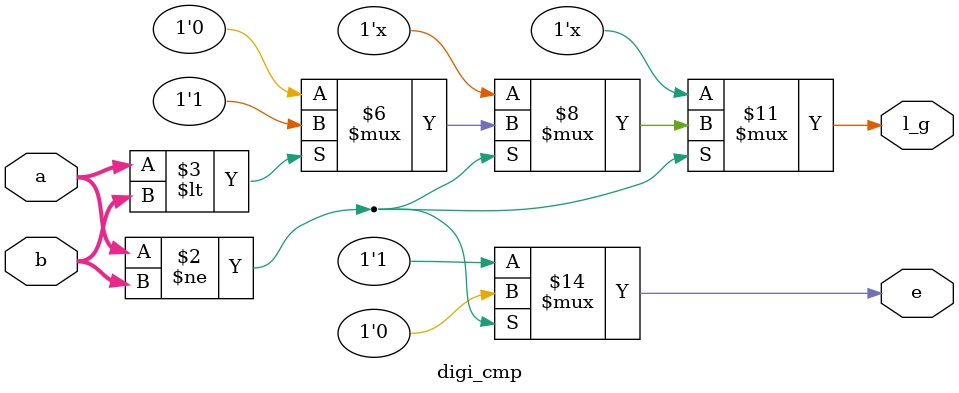
<source format=v>
module digi_cmp(a,b,l_g,e);
input [3:0]a,b;
output reg l_g //Less/Greater'
,e;

always @ * begin
if(a!=b) begin
e=0;
if(a<b)
l_g=1;
else
l_g=0;
end
else begin
e=1;
l_g=1'bX;
end
end
endmodule
</source>
